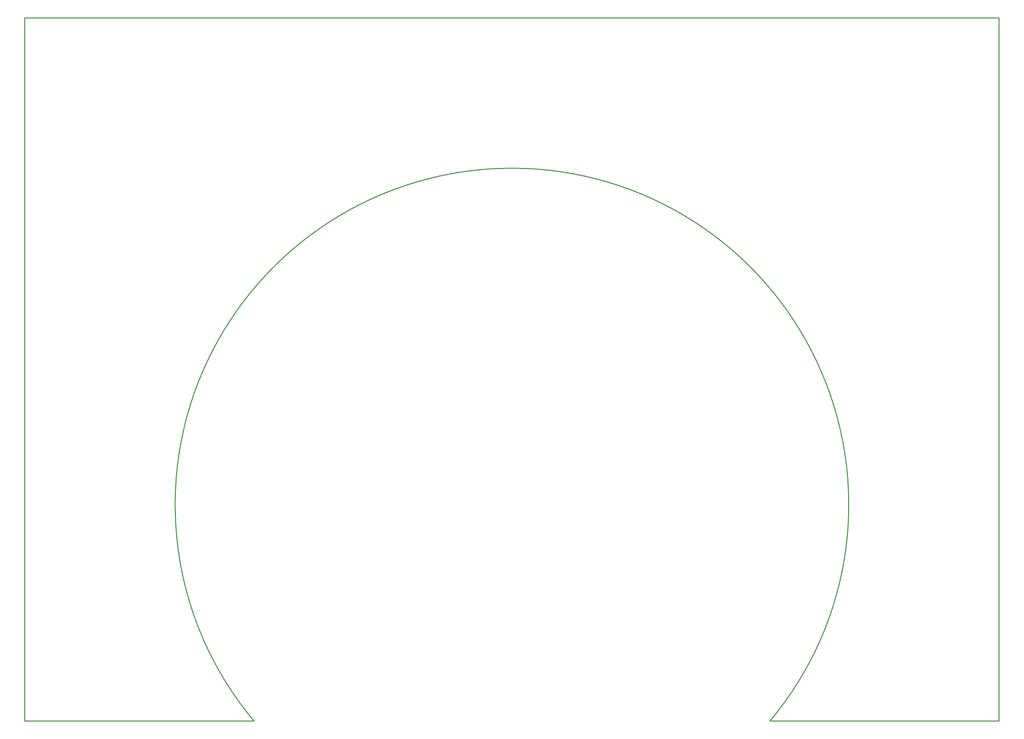
<source format=gbr>
G04 (created by PCBNEW (2013-jul-07)-stable) date Fri 11 Sep 2015 11:17:02 AM PDT*
%MOIN*%
G04 Gerber Fmt 3.4, Leading zero omitted, Abs format*
%FSLAX34Y34*%
G01*
G70*
G90*
G04 APERTURE LIST*
%ADD10C,0.00590551*%
%ADD11C,0.00393701*%
%ADD12C,0.011811*%
G04 APERTURE END LIST*
G54D10*
G54D11*
X114425Y-118886D02*
G75*
G03X45574Y-118886I-34425J28886D01*
G74*
G01*
X45574Y-118886D02*
X15000Y-118886D01*
X15000Y-118886D02*
X15000Y-25000D01*
X15000Y-25000D02*
X145000Y-25000D01*
X145000Y-25000D02*
X145000Y-118886D01*
X145000Y-118886D02*
X114425Y-118886D01*
G54D12*
X114425Y-118886D02*
G75*
G03X45574Y-118886I-34425J28886D01*
G74*
G01*
X45574Y-118886D02*
X15000Y-118886D01*
X15000Y-118886D02*
X15000Y-25000D01*
X15000Y-25000D02*
X145000Y-25000D01*
X145000Y-25000D02*
X145000Y-118886D01*
X145000Y-118886D02*
X114425Y-118886D01*
M02*

</source>
